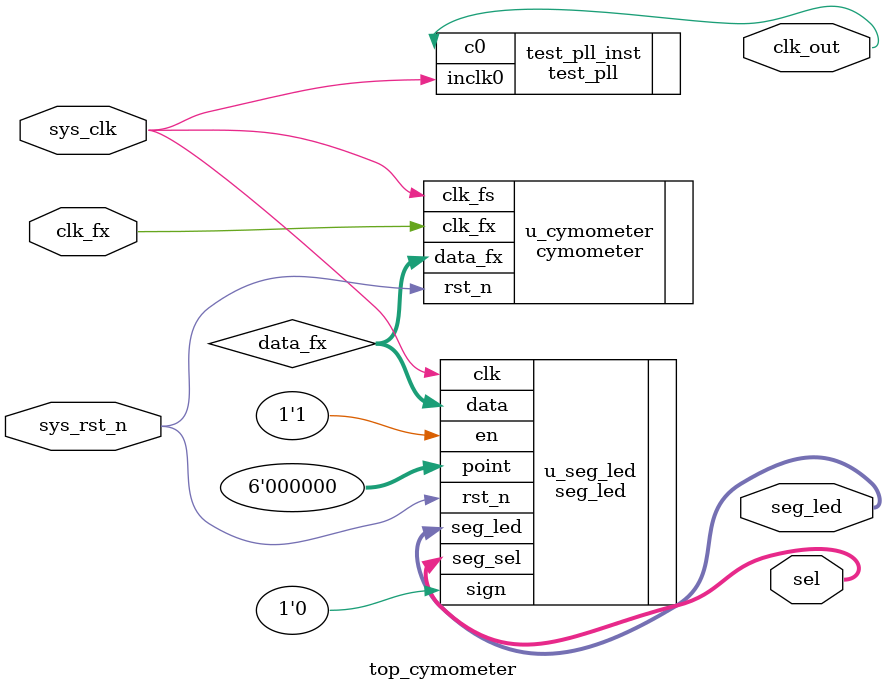
<source format=v>

module top_cymometer(
    //system clock
    input                  sys_clk  ,    // 时钟信号
    input                  sys_rst_n,    // 复位信号

    //cymometer interface
    input                  clk_fx   ,    // 被测时钟
    output                 clk_out  ,    // 输出时钟
    //user interface
    output          [5:0]  sel      ,    // 数码管位选
    output          [7:0]  seg_led       // 数码管段选
);

//parameter define
parameter    CLK_FS = 26'd50000000;      // 基准时钟频率值

//wire define
wire    [19:0]       data_fx;            // 被测信号测量值

//*****************************************************
//**                    main code
//*****************************************************

//例化PLL，生成待测试时钟500Khz
test_pll	test_pll_inst (
	.inclk0 		  (sys_clk  ),
	.c0 			  (clk_out  )
	);

//例化等精度频率计模块
cymometer #(.CLK_FS(CLK_FS)              // 基准时钟频率值
) u_cymometer(
    //system clock
    .clk_fs      (sys_clk  ),            // 基准时钟信号
    .rst_n       (sys_rst_n),            // 复位信号
    //cymometer interface
    .clk_fx      (clk_fx   ),            // 被测时钟信号
    .data_fx     (data_fx  )             // 被测时钟频率输出
);
    
//例化数码管显示模块
seg_led u_seg_led(
    //module clock
    .clk         (sys_clk  ),            // 数码管驱动模块的驱动时钟
    .rst_n       (sys_rst_n),            // 复位信号
    //seg_led interface
    .seg_sel     (sel      ),            // 数码管位选
    .seg_led     (seg_led  ),            // 数码管段选
    //user interface
    .data        (data_fx  ),            // 被测频率值
    .point       (6'd0     ),            // 数码管显示的点控制
    .en          (1'b1     ),            // 数码管驱动使能信号
    .sign        (1'b0     )             // 控制符号位显示
);

endmodule
</source>
